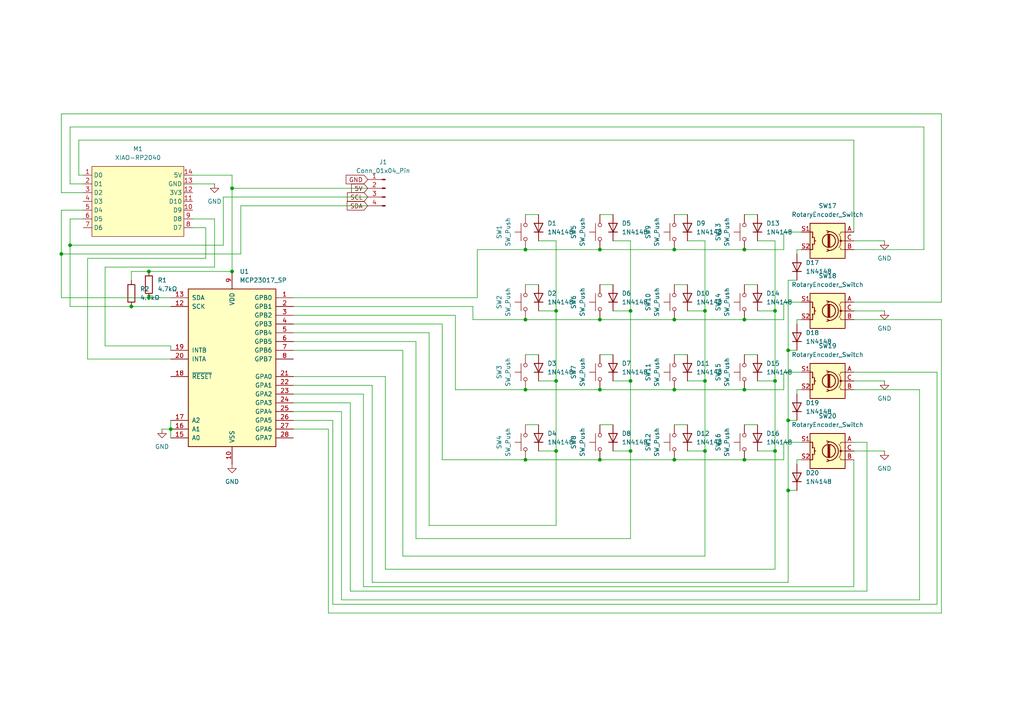
<source format=kicad_sch>
(kicad_sch (version 20231120) (generator "eeschema") (generator_version "8.0")
  (paper "A4")
  (lib_symbols
    (symbol "Connector:Conn_01x04_Pin" (pin_names (offset 1.016) hide)
      (property "Reference" "J" (at 0 5.08 0))
      (property "Value" "Conn_01x04_Pin" (at 0 -7.62 0))
      (symbol "Conn_01x04_Pin_1_1"
        (polyline (pts (xy 1.27 -5.08) (xy 0.8636 -5.08)) (stroke (width 0.1524)))
        (polyline (pts (xy 1.27 -2.54) (xy 0.8636 -2.54)) (stroke (width 0.1524)))
        (polyline (pts (xy 1.27 0) (xy 0.8636 0)) (stroke (width 0.1524)))
        (polyline (pts (xy 1.27 2.54) (xy 0.8636 2.54)) (stroke (width 0.1524)))
        (rectangle (start 0.8636 -4.953) (end 0 -5.207) (stroke (width 0.1524)) (fill (type outline)))
        (rectangle (start 0.8636 -2.413) (end 0 -2.667) (stroke (width 0.1524)) (fill (type outline)))
        (rectangle (start 0.8636 0.127) (end 0 -0.127) (stroke (width 0.1524)) (fill (type outline)))
        (rectangle (start 0.8636 2.667) (end 0 2.413) (stroke (width 0.1524)) (fill (type outline)))
        (pin passive line (at 5.08 2.54 180) (length 3.81) (name "Pin_1") (number "1"))
        (pin passive line (at 5.08 0 180) (length 3.81) (name "Pin_2") (number "2"))
        (pin passive line (at 5.08 -2.54 180) (length 3.81) (name "Pin_3") (number "3"))
        (pin passive line (at 5.08 -5.08 180) (length 3.81) (name "Pin_4") (number "4"))
      )
    )
    (symbol "Device:R" (pin_numbers hide) (pin_names (offset 0))
      (property "Reference" "R" (at 2.032 0 90))
      (property "Value" "R" (at 0 0 90))
      (symbol "R_0_1"
        (rectangle (start -1.016 -2.54) (end 1.016 2.54) (stroke (width 0.254)))
      )
      (symbol "R_1_1"
        (pin passive line (at 0 3.81 270) (length 1.27) (name "~") (number "1"))
        (pin passive line (at 0 -3.81 90) (length 1.27) (name "~") (number "2"))
      )
    )
    (symbol "Device:RotaryEncoder_Switch" (pin_names (offset 0.254) hide)
      (property "Reference" "SW" (at 0 6.604 0))
      (property "Value" "RotaryEncoder_Switch" (at 0 -6.604 0))
      (symbol "RotaryEncoder_Switch_0_1"
        (rectangle (start -5.08 5.08) (end 5.08 -5.08) (stroke (width 0.254)) (fill (type background)))
        (circle (center -3.81 0) (radius 0.254) (fill (type outline)))
        (circle (center -0.381 0) (radius 1.905) (stroke (width 0.254)))
        (arc (start -0.381 2.667) (mid -3.0988 -0.0635) (end -0.381 -2.794) (stroke (width 0.254)))
        (polyline (pts (xy -0.635 -1.778) (xy -0.635 1.778)) (stroke (width 0.254)))
        (polyline (pts (xy -0.381 -1.778) (xy -0.381 1.778)) (stroke (width 0.254)))
        (polyline (pts (xy -0.127 1.778) (xy -0.127 -1.778)) (stroke (width 0.254)))
        (polyline (pts (xy 3.81 0) (xy 3.429 0)) (stroke (width 0.254)))
        (polyline (pts (xy 3.81 1.016) (xy 3.81 -1.016)) (stroke (width 0.254)))
        (polyline (pts (xy -5.08 -2.54) (xy -3.81 -2.54) (xy -3.81 -2.032)))
        (polyline (pts (xy -5.08 2.54) (xy -3.81 2.54) (xy -3.81 2.032)))
        (polyline (pts (xy 0.254 -3.048) (xy -0.508 -2.794) (xy 0.127 -2.413)) (stroke (width 0.254)))
        (polyline (pts (xy 0.254 2.921) (xy -0.508 2.667) (xy 0.127 2.286)) (stroke (width 0.254)))
        (polyline (pts (xy 5.08 -2.54) (xy 4.318 -2.54) (xy 4.318 -1.016)) (stroke (width 0.254)))
        (polyline (pts (xy 5.08 2.54) (xy 4.318 2.54) (xy 4.318 1.016)) (stroke (width 0.254)))
        (polyline (pts (xy -5.08 0) (xy -3.81 0) (xy -3.81 -1.016) (xy -3.302 -2.032)))
        (polyline (pts (xy -4.318 0) (xy -3.81 0) (xy -3.81 1.016) (xy -3.302 2.032)))
        (circle (center 4.318 -1.016) (radius 0.127) (stroke (width 0.254)))
        (circle (center 4.318 1.016) (radius 0.127) (stroke (width 0.254)))
      )
      (symbol "RotaryEncoder_Switch_1_1"
        (pin passive line (at -7.62 2.54 0) (length 2.54) (name "A") (number "A"))
        (pin passive line (at -7.62 -2.54 0) (length 2.54) (name "B") (number "B"))
        (pin passive line (at -7.62 0 0) (length 2.54) (name "C") (number "C"))
        (pin passive line (at 7.62 2.54 180) (length 2.54) (name "S1") (number "S1"))
        (pin passive line (at 7.62 -2.54 180) (length 2.54) (name "S2") (number "S2"))
      )
    )
    (symbol "Diode:1N4148" (pin_numbers hide) (pin_names hide)
      (property "Reference" "D" (at 0 2.54 0))
      (property "Value" "1N4148" (at 0 -2.54 0))
      (symbol "1N4148_0_1"
        (polyline (pts (xy -1.27 1.27) (xy -1.27 -1.27)) (stroke (width 0.254)))
        (polyline (pts (xy 1.27 0) (xy -1.27 0)))
        (polyline (pts (xy 1.27 1.27) (xy 1.27 -1.27) (xy -1.27 0) (xy 1.27 1.27)) (stroke (width 0.254)))
      )
      (symbol "1N4148_1_1"
        (pin passive line (at -3.81 0 0) (length 2.54) (name "K") (number "1"))
        (pin passive line (at 3.81 0 180) (length 2.54) (name "A") (number "2"))
      )
    )
    (symbol "Interface_Expansion:MCP23017_SP" (pin_names (offset 1.016))
      (property "Reference" "U" (at -11.43 24.13 0))
      (property "Value" "MCP23017_SP" (at 0 0 0))
      (symbol "MCP23017_SP_0_1"
        (rectangle (start -12.7 22.86) (end 12.7 -22.86) (stroke (width 0.254)) (fill (type background)))
      )
      (symbol "MCP23017_SP_1_1"
        (pin bidirectional line (at 17.78 20.32 180) (length 5.08) (name "GPB0") (number "1"))
        (pin power_in line (at 0 -27.94 90) (length 5.08) (name "VSS") (number "10"))
        (pin no_connect line (at -12.7 15.24 0) (length 5.08) hide (name "NC") (number "11"))
        (pin input line (at -17.78 17.78 0) (length 5.08) (name "SCK") (number "12"))
        (pin bidirectional line (at -17.78 20.32 0) (length 5.08) (name "SDA") (number "13"))
        (pin no_connect line (at -12.7 12.7 0) (length 5.08) hide (name "NC") (number "14"))
        (pin input line (at -17.78 -20.32 0) (length 5.08) (name "A0") (number "15"))
        (pin input line (at -17.78 -17.78 0) (length 5.08) (name "A1") (number "16"))
        (pin input line (at -17.78 -15.24 0) (length 5.08) (name "A2") (number "17"))
        (pin input line (at -17.78 -2.54 0) (length 5.08) (name "~{RESET}") (number "18"))
        (pin tri_state line (at -17.78 5.08 0) (length 5.08) (name "INTB") (number "19"))
        (pin bidirectional line (at 17.78 17.78 180) (length 5.08) (name "GPB1") (number "2"))
        (pin tri_state line (at -17.78 2.54 0) (length 5.08) (name "INTA") (number "20"))
        (pin bidirectional line (at 17.78 -2.54 180) (length 5.08) (name "GPA0") (number "21"))
        (pin bidirectional line (at 17.78 -5.08 180) (length 5.08) (name "GPA1") (number "22"))
        (pin bidirectional line (at 17.78 -7.62 180) (length 5.08) (name "GPA2") (number "23"))
        (pin bidirectional line (at 17.78 -10.16 180) (length 5.08) (name "GPA3") (number "24"))
        (pin bidirectional line (at 17.78 -12.7 180) (length 5.08) (name "GPA4") (number "25"))
        (pin bidirectional line (at 17.78 -15.24 180) (length 5.08) (name "GPA5") (number "26"))
        (pin bidirectional line (at 17.78 -17.78 180) (length 5.08) (name "GPA6") (number "27"))
        (pin bidirectional line (at 17.78 -20.32 180) (length 5.08) (name "GPA7") (number "28"))
        (pin bidirectional line (at 17.78 15.24 180) (length 5.08) (name "GPB2") (number "3"))
        (pin bidirectional line (at 17.78 12.7 180) (length 5.08) (name "GPB3") (number "4"))
        (pin bidirectional line (at 17.78 10.16 180) (length 5.08) (name "GPB4") (number "5"))
        (pin bidirectional line (at 17.78 7.62 180) (length 5.08) (name "GPB5") (number "6"))
        (pin bidirectional line (at 17.78 5.08 180) (length 5.08) (name "GPB6") (number "7"))
        (pin bidirectional line (at 17.78 2.54 180) (length 5.08) (name "GPB7") (number "8"))
        (pin power_in line (at 0 27.94 270) (length 5.08) (name "VDD") (number "9"))
      )
    )
    (symbol "Switch:SW_Push" (pin_numbers hide) (pin_names (offset 1.016) hide)
      (property "Reference" "SW" (at 1.27 2.54 0))
      (property "Value" "SW_Push" (at 0 -1.524 0))
      (symbol "SW_Push_0_1"
        (circle (center -2.032 0) (radius 0.508))
        (polyline (pts (xy 0 1.27) (xy 0 3.048)))
        (polyline (pts (xy 2.54 1.27) (xy -2.54 1.27)))
        (circle (center 2.032 0) (radius 0.508))
        (pin passive line (at -5.08 0 0) (length 2.54) (name "1") (number "1"))
        (pin passive line (at 5.08 0 180) (length 2.54) (name "2") (number "2"))
      )
    )
    (symbol "power:GND" (power) (pin_numbers hide) (pin_names (offset 0) hide)
      (property "Value" "GND" (at 0 -3.81 0))
      (symbol "GND_0_1"
        (polyline (pts (xy 0 0) (xy 0 -1.27) (xy 1.27 -1.27) (xy 0 -2.54) (xy -1.27 -1.27) (xy 0 -1.27)))
      )
      (symbol "GND_1_1"
        (pin power_in line (at 0 0 270) (length 0) (name "~") (number "1"))
      )
    )
    (symbol "xiao-rp2040:XIAO-RP2040"
      (property "Reference" "M" (at 0 0 0))
      (property "Value" "XIAO-RP2040" (at 0 2.54 0))
      (symbol "XIAO-RP2040_0_1"
        (rectangle (start -12.7 10.16) (end 13.97 -10.16) (fill (type background)))
      )
      (symbol "XIAO-RP2040_1_1"
        (pin bidirectional line (at -15.24 7.62 0) (length 2.54) (name "D0") (number "1"))
        (pin bidirectional line (at 16.51 -2.54 180) (length 2.54) (name "D9") (number "10"))
        (pin bidirectional line (at 16.51 0 180) (length 2.54) (name "D10") (number "11"))
        (pin power_in line (at 16.51 2.54 180) (length 2.54) (name "3V3") (number "12"))
        (pin power_in line (at 16.51 5.08 180) (length 2.54) (name "GND") (number "13"))
        (pin power_in line (at 16.51 7.62 180) (length 2.54) (name "5V") (number "14"))
        (pin bidirectional line (at -15.24 5.08 0) (length 2.54) (name "D1") (number "2"))
        (pin bidirectional line (at -15.24 2.54 0) (length 2.54) (name "D2") (number "3"))
        (pin bidirectional line (at -15.24 0 0) (length 2.54) (name "D3") (number "4"))
        (pin bidirectional line (at -15.24 -2.54 0) (length 2.54) (name "D4") (number "5"))
        (pin bidirectional line (at -15.24 -5.08 0) (length 2.54) (name "D5") (number "6"))
        (pin bidirectional line (at -15.24 -7.62 0) (length 2.54) (name "D6") (number "7"))
        (pin bidirectional line (at 16.51 -7.62 180) (length 2.54) (name "D7") (number "8"))
        (pin bidirectional line (at 16.51 -5.08 180) (length 2.54) (name "D8") (number "9"))
      )
    )
  )
  (junction (at 182.88 110.49))
  (junction (at 195.58 72.39))
  (junction (at 43.18 86.36))
  (junction (at 195.58 92.71))
  (junction (at 43.18 78.74))
  (junction (at 152.4 72.39))
  (junction (at 215.9 72.39))
  (junction (at 224.79 130.81))
  (junction (at 67.31 78.74))
  (junction (at 182.88 130.81))
  (junction (at 152.4 113.03))
  (junction (at 204.47 110.49))
  (junction (at 20.32 71.12))
  (junction (at 215.9 113.03))
  (junction (at 161.29 110.49))
  (junction (at 228.6 121.92))
  (junction (at 228.6 101.6))
  (junction (at 161.29 90.17))
  (junction (at 49.53 124.46))
  (junction (at 204.47 90.17))
  (junction (at 204.47 130.81))
  (junction (at 173.99 113.03))
  (junction (at 152.4 133.35))
  (junction (at 182.88 90.17))
  (junction (at 228.6 142.24))
  (junction (at 215.9 92.71))
  (junction (at 215.9 133.35))
  (junction (at 152.4 92.71))
  (junction (at 67.31 54.61))
  (junction (at 224.79 90.17))
  (junction (at 173.99 72.39))
  (junction (at 161.29 130.81))
  (junction (at 173.99 133.35))
  (junction (at 195.58 133.35))
  (junction (at 173.99 92.71))
  (junction (at 224.79 110.49))
  (junction (at 38.1 88.9))
  (junction (at 17.78 73.66))
  (junction (at 195.58 113.03))
  (wire (pts (xy 204.47 110.49) (xy 204.47 130.81)))
  (wire (pts (xy 17.78 33.02) (xy 273.05 33.02)))
  (wire (pts (xy 195.58 72.39) (xy 215.9 72.39)))
  (wire (pts (xy 111.76 165.1) (xy 111.76 109.22)))
  (wire (pts (xy 271.78 107.95) (xy 247.65 107.95)))
  (wire (pts (xy 227.33 92.71) (xy 227.33 87.63)))
  (wire (pts (xy 228.6 101.6) (xy 231.14 101.6)))
  (wire (pts (xy 173.99 72.39) (xy 195.58 72.39)))
  (wire (pts (xy 161.29 130.81) (xy 161.29 152.4)))
  (wire (pts (xy 124.46 96.52) (xy 124.46 152.4)))
  (wire (pts (xy 156.21 69.85) (xy 161.29 69.85)))
  (wire (pts (xy 228.6 142.24) (xy 231.14 142.24)))
  (wire (pts (xy 152.4 113.03) (xy 173.99 113.03)))
  (wire (pts (xy 267.97 72.39) (xy 247.65 72.39)))
  (wire (pts (xy 69.85 59.69) (xy 106.68 59.69)))
  (wire (pts (xy 215.9 92.71) (xy 227.33 92.71)))
  (wire (pts (xy 231.14 113.03) (xy 231.14 114.3)))
  (wire (pts (xy 49.53 124.46) (xy 49.53 127)))
  (wire (pts (xy 173.99 102.87) (xy 177.8 102.87)))
  (wire (pts (xy 195.58 113.03) (xy 215.9 113.03)))
  (wire (pts (xy 173.99 62.23) (xy 177.8 62.23)))
  (wire (pts (xy 228.6 101.6) (xy 228.6 121.92)))
  (wire (pts (xy 30.48 100.33) (xy 30.48 77.47)))
  (wire (pts (xy 215.9 62.23) (xy 219.71 62.23)))
  (wire (pts (xy 25.4 74.93) (xy 59.69 74.93)))
  (wire (pts (xy 173.99 92.71) (xy 195.58 92.71)))
  (wire (pts (xy 195.58 123.19) (xy 199.39 123.19)))
  (wire (pts (xy 62.23 63.5) (xy 55.88 63.5)))
  (wire (pts (xy 228.6 121.92) (xy 231.14 121.92)))
  (wire (pts (xy 85.09 91.44) (xy 132.08 91.44)))
  (wire (pts (xy 247.65 40.64) (xy 247.65 67.31)))
  (wire (pts (xy 247.65 130.81) (xy 256.54 130.81)))
  (wire (pts (xy 152.4 82.55) (xy 156.21 82.55)))
  (wire (pts (xy 224.79 110.49) (xy 224.79 130.81)))
  (wire (pts (xy 204.47 69.85) (xy 204.47 90.17)))
  (wire (pts (xy 152.4 123.19) (xy 156.21 123.19)))
  (wire (pts (xy 227.33 128.27) (xy 227.33 133.35)))
  (wire (pts (xy 156.21 130.81) (xy 161.29 130.81)))
  (wire (pts (xy 99.06 173.99) (xy 266.7 173.99)))
  (wire (pts (xy 43.18 86.36) (xy 49.53 86.36)))
  (wire (pts (xy 152.4 72.39) (xy 173.99 72.39)))
  (wire (pts (xy 199.39 130.81) (xy 204.47 130.81)))
  (wire (pts (xy 273.05 33.02) (xy 273.05 87.63)))
  (wire (pts (xy 105.41 170.18) (xy 247.65 170.18)))
  (wire (pts (xy 227.33 113.03) (xy 227.33 107.95)))
  (wire (pts (xy 101.6 171.45) (xy 251.46 171.45)))
  (wire (pts (xy 49.53 101.6) (xy 49.53 100.33)))
  (wire (pts (xy 137.16 92.71) (xy 152.4 92.71)))
  (wire (pts (xy 17.78 86.36) (xy 43.18 86.36)))
  (wire (pts (xy 227.33 133.35) (xy 215.9 133.35)))
  (wire (pts (xy 111.76 109.22) (xy 85.09 109.22)))
  (wire (pts (xy 24.13 53.34) (xy 20.32 53.34)))
  (wire (pts (xy 182.88 69.85) (xy 182.88 90.17)))
  (wire (pts (xy 67.31 54.61) (xy 106.68 54.61)))
  (wire (pts (xy 215.9 123.19) (xy 219.71 123.19)))
  (wire (pts (xy 20.32 63.5) (xy 24.13 63.5)))
  (wire (pts (xy 251.46 128.27) (xy 247.65 128.27)))
  (wire (pts (xy 20.32 36.83) (xy 267.97 36.83)))
  (wire (pts (xy 273.05 92.71) (xy 247.65 92.71)))
  (wire (pts (xy 227.33 67.31) (xy 232.41 67.31)))
  (wire (pts (xy 195.58 92.71) (xy 215.9 92.71)))
  (wire (pts (xy 85.09 96.52) (xy 124.46 96.52)))
  (wire (pts (xy 85.09 114.3) (xy 105.41 114.3)))
  (wire (pts (xy 105.41 114.3) (xy 105.41 170.18)))
  (wire (pts (xy 199.39 69.85) (xy 204.47 69.85)))
  (wire (pts (xy 67.31 50.8) (xy 55.88 50.8)))
  (wire (pts (xy 177.8 90.17) (xy 182.88 90.17)))
  (wire (pts (xy 85.09 93.98) (xy 128.27 93.98)))
  (wire (pts (xy 38.1 88.9) (xy 49.53 88.9)))
  (wire (pts (xy 204.47 130.81) (xy 204.47 161.29)))
  (wire (pts (xy 177.8 69.85) (xy 182.88 69.85)))
  (wire (pts (xy 95.25 124.46) (xy 95.25 177.8)))
  (wire (pts (xy 224.79 90.17) (xy 224.79 110.49)))
  (wire (pts (xy 266.7 113.03) (xy 247.65 113.03)))
  (wire (pts (xy 228.6 81.28) (xy 228.6 101.6)))
  (wire (pts (xy 219.71 69.85) (xy 224.79 69.85)))
  (wire (pts (xy 161.29 69.85) (xy 161.29 90.17)))
  (wire (pts (xy 62.23 53.34) (xy 55.88 53.34)))
  (wire (pts (xy 227.33 107.95) (xy 232.41 107.95)))
  (wire (pts (xy 227.33 72.39) (xy 227.33 67.31)))
  (wire (pts (xy 59.69 66.04) (xy 55.88 66.04)))
  (wire (pts (xy 161.29 110.49) (xy 161.29 130.81)))
  (wire (pts (xy 138.43 72.39) (xy 152.4 72.39)))
  (wire (pts (xy 116.84 101.6) (xy 116.84 161.29)))
  (wire (pts (xy 49.53 121.92) (xy 49.53 124.46)))
  (wire (pts (xy 132.08 113.03) (xy 152.4 113.03)))
  (wire (pts (xy 20.32 36.83) (xy 20.32 53.34)))
  (wire (pts (xy 247.65 90.17) (xy 256.54 90.17)))
  (wire (pts (xy 215.9 82.55) (xy 219.71 82.55)))
  (wire (pts (xy 20.32 88.9) (xy 20.32 71.12)))
  (wire (pts (xy 195.58 102.87) (xy 199.39 102.87)))
  (wire (pts (xy 232.41 113.03) (xy 231.14 113.03)))
  (wire (pts (xy 219.71 110.49) (xy 224.79 110.49)))
  (wire (pts (xy 85.09 88.9) (xy 137.16 88.9)))
  (wire (pts (xy 228.6 121.92) (xy 228.6 142.24)))
  (wire (pts (xy 273.05 87.63) (xy 247.65 87.63)))
  (wire (pts (xy 173.99 113.03) (xy 195.58 113.03)))
  (wire (pts (xy 182.88 90.17) (xy 182.88 110.49)))
  (wire (pts (xy 177.8 130.81) (xy 182.88 130.81)))
  (wire (pts (xy 20.32 71.12) (xy 20.32 63.5)))
  (wire (pts (xy 219.71 130.81) (xy 224.79 130.81)))
  (wire (pts (xy 128.27 93.98) (xy 128.27 133.35)))
  (wire (pts (xy 67.31 50.8) (xy 67.31 54.61)))
  (wire (pts (xy 199.39 90.17) (xy 204.47 90.17)))
  (wire (pts (xy 195.58 82.55) (xy 199.39 82.55)))
  (wire (pts (xy 204.47 90.17) (xy 204.47 110.49)))
  (wire (pts (xy 22.86 40.64) (xy 22.86 50.8)))
  (wire (pts (xy 67.31 54.61) (xy 67.31 78.74)))
  (wire (pts (xy 266.7 173.99) (xy 266.7 113.03)))
  (wire (pts (xy 85.09 86.36) (xy 138.43 86.36)))
  (wire (pts (xy 177.8 110.49) (xy 182.88 110.49)))
  (wire (pts (xy 17.78 33.02) (xy 17.78 55.88)))
  (wire (pts (xy 85.09 116.84) (xy 101.6 116.84)))
  (wire (pts (xy 20.32 88.9) (xy 38.1 88.9)))
  (wire (pts (xy 17.78 60.96) (xy 17.78 73.66)))
  (wire (pts (xy 116.84 161.29) (xy 204.47 161.29)))
  (wire (pts (xy 232.41 133.35) (xy 231.14 133.35)))
  (wire (pts (xy 215.9 72.39) (xy 227.33 72.39)))
  (wire (pts (xy 273.05 177.8) (xy 273.05 92.71)))
  (wire (pts (xy 215.9 102.87) (xy 219.71 102.87)))
  (wire (pts (xy 228.6 142.24) (xy 228.6 168.91)))
  (wire (pts (xy 64.77 57.15) (xy 106.68 57.15)))
  (wire (pts (xy 161.29 90.17) (xy 161.29 110.49)))
  (wire (pts (xy 232.41 128.27) (xy 227.33 128.27)))
  (wire (pts (xy 22.86 40.64) (xy 247.65 40.64)))
  (wire (pts (xy 96.52 121.92) (xy 96.52 175.26)))
  (wire (pts (xy 251.46 171.45) (xy 251.46 128.27)))
  (wire (pts (xy 69.85 73.66) (xy 17.78 73.66)))
  (wire (pts (xy 132.08 91.44) (xy 132.08 113.03)))
  (wire (pts (xy 138.43 86.36) (xy 138.43 72.39)))
  (wire (pts (xy 173.99 82.55) (xy 177.8 82.55)))
  (wire (pts (xy 224.79 69.85) (xy 224.79 90.17)))
  (wire (pts (xy 231.14 73.66) (xy 231.14 72.39)))
  (wire (pts (xy 231.14 72.39) (xy 232.41 72.39)))
  (wire (pts (xy 224.79 130.81) (xy 224.79 165.1)))
  (wire (pts (xy 96.52 175.26) (xy 271.78 175.26)))
  (wire (pts (xy 231.14 133.35) (xy 231.14 134.62)))
  (wire (pts (xy 267.97 36.83) (xy 267.97 72.39)))
  (wire (pts (xy 85.09 121.92) (xy 96.52 121.92)))
  (wire (pts (xy 99.06 119.38) (xy 99.06 173.99)))
  (wire (pts (xy 137.16 88.9) (xy 137.16 92.71)))
  (wire (pts (xy 152.4 133.35) (xy 173.99 133.35)))
  (wire (pts (xy 215.9 133.35) (xy 195.58 133.35)))
  (wire (pts (xy 182.88 110.49) (xy 182.88 130.81)))
  (wire (pts (xy 156.21 110.49) (xy 161.29 110.49)))
  (wire (pts (xy 46.99 124.46) (xy 49.53 124.46)))
  (wire (pts (xy 231.14 81.28) (xy 228.6 81.28)))
  (wire (pts (xy 69.85 59.69) (xy 69.85 73.66)))
  (wire (pts (xy 152.4 62.23) (xy 156.21 62.23)))
  (wire (pts (xy 231.14 93.98) (xy 231.14 92.71)))
  (wire (pts (xy 271.78 175.26) (xy 271.78 107.95)))
  (wire (pts (xy 152.4 92.71) (xy 173.99 92.71)))
  (wire (pts (xy 107.95 168.91) (xy 228.6 168.91)))
  (wire (pts (xy 219.71 90.17) (xy 224.79 90.17)))
  (wire (pts (xy 111.76 165.1) (xy 224.79 165.1)))
  (wire (pts (xy 85.09 111.76) (xy 107.95 111.76)))
  (wire (pts (xy 85.09 101.6) (xy 116.84 101.6)))
  (wire (pts (xy 107.95 111.76) (xy 107.95 168.91)))
  (wire (pts (xy 49.53 100.33) (xy 30.48 100.33)))
  (wire (pts (xy 120.65 99.06) (xy 120.65 156.21)))
  (wire (pts (xy 161.29 152.4) (xy 124.46 152.4)))
  (wire (pts (xy 199.39 110.49) (xy 204.47 110.49)))
  (wire (pts (xy 227.33 87.63) (xy 232.41 87.63)))
  (wire (pts (xy 24.13 60.96) (xy 17.78 60.96)))
  (wire (pts (xy 247.65 133.35) (xy 247.65 170.18)))
  (wire (pts (xy 24.13 50.8) (xy 22.86 50.8)))
  (wire (pts (xy 195.58 62.23) (xy 199.39 62.23)))
  (wire (pts (xy 231.14 92.71) (xy 232.41 92.71)))
  (wire (pts (xy 85.09 99.06) (xy 120.65 99.06)))
  (wire (pts (xy 64.77 71.12) (xy 20.32 71.12)))
  (wire (pts (xy 49.53 104.14) (xy 25.4 104.14)))
  (wire (pts (xy 156.21 90.17) (xy 161.29 90.17)))
  (wire (pts (xy 85.09 124.46) (xy 95.25 124.46)))
  (wire (pts (xy 85.09 119.38) (xy 99.06 119.38)))
  (wire (pts (xy 128.27 133.35) (xy 152.4 133.35)))
  (wire (pts (xy 24.13 55.88) (xy 17.78 55.88)))
  (wire (pts (xy 62.23 77.47) (xy 62.23 63.5)))
  (wire (pts (xy 43.18 78.74) (xy 67.31 78.74)))
  (wire (pts (xy 247.65 69.85) (xy 256.54 69.85)))
  (wire (pts (xy 101.6 116.84) (xy 101.6 171.45)))
  (wire (pts (xy 195.58 133.35) (xy 173.99 133.35)))
  (wire (pts (xy 38.1 78.74) (xy 43.18 78.74)))
  (wire (pts (xy 64.77 57.15) (xy 64.77 71.12)))
  (wire (pts (xy 38.1 78.74) (xy 38.1 81.28)))
  (wire (pts (xy 247.65 110.49) (xy 256.54 110.49)))
  (wire (pts (xy 182.88 130.81) (xy 182.88 156.21)))
  (wire (pts (xy 182.88 156.21) (xy 120.65 156.21)))
  (wire (pts (xy 30.48 77.47) (xy 62.23 77.47)))
  (wire (pts (xy 17.78 73.66) (xy 17.78 86.36)))
  (wire (pts (xy 173.99 123.19) (xy 177.8 123.19)))
  (wire (pts (xy 25.4 104.14) (xy 25.4 74.93)))
  (wire (pts (xy 95.25 177.8) (xy 273.05 177.8)))
  (wire (pts (xy 59.69 74.93) (xy 59.69 66.04)))
  (wire (pts (xy 215.9 113.03) (xy 227.33 113.03)))
  (wire (pts (xy 152.4 102.87) (xy 156.21 102.87)))
  (global_label "SCL" (shape input) (at 106.68 57.15 180) (property "Intersheetrefs" "${INTERSHEET_REFS}" (effects (hide yes))))
  (global_label "GND" (shape input) (at 106.68 52.07 180) (property "Intersheetrefs" "${INTERSHEET_REFS}" (effects (hide yes))))
  (global_label "SDA" (shape input) (at 106.68 59.69 180) (property "Intersheetrefs" "${INTERSHEET_REFS}" (effects (hide yes))))
  (global_label "5V" (shape input) (at 106.68 54.61 180) (property "Intersheetrefs" "${INTERSHEET_REFS}" (effects (hide yes))))
  (symbol (lib_id "Switch:SW_Push") (at 152.4 107.95 90) (unit 1)
    (property "Reference" "SW3" (at 144.78 107.95 0))
    (property "Value" "SW_Push" (at 147.32 107.95 0))
    (property "Footprint" "Downloads:SW_Cherry_MX_1.00u_PCB3d" (effects (hide yes)))
    (property "Description" "Push button switch, generic, two pins" (effects (hide yes)))
  )
  (symbol (lib_id "Switch:SW_Push") (at 215.9 87.63 90) (unit 1)
    (property "Reference" "SW14" (at 208.28 87.63 0))
    (property "Value" "SW_Push" (at 210.82 87.63 0))
    (property "Footprint" "Downloads:SW_Cherry_MX_1.00u_PCB3d" (effects (hide yes)))
    (property "Description" "Push button switch, generic, two pins" (effects (hide yes)))
  )
  (symbol (lib_id "Diode:1N4148") (at 156.21 127 90) (unit 1)
    (property "Reference" "D4" (at 158.75 125.7299 90) (effects (justify right)))
    (property "Value" "1N4148" (at 158.75 128.2699 90) (effects (justify right)))
    (property "Footprint" "Diode_THT:D_DO-35_SOD27_P7.62mm_Horizontal" (effects (hide yes)))
    (property "Datasheet" "https://assets.nexperia.com/documents/data-sheet/1N4148_1N4448.pdf" (effects (hide yes)))
    (property "Description" "100V 0.15A standard switching diode, DO-35" (effects (hide yes)))
    (property "Sim.Device" "D" (effects (hide yes)))
    (property "Sim.Pins" "1=K 2=A" (effects (hide yes)))
  )
  (symbol (lib_id "Switch:SW_Push") (at 195.58 67.31 90) (unit 1)
    (property "Reference" "SW9" (at 187.96 67.31 0))
    (property "Value" "SW_Push" (at 190.5 67.31 0))
    (property "Footprint" "Downloads:SW_Cherry_MX_1.00u_PCB3d" (effects (hide yes)))
    (property "Description" "Push button switch, generic, two pins" (effects (hide yes)))
  )
  (symbol (lib_id "Diode:1N4148") (at 199.39 86.36 90) (unit 1)
    (property "Reference" "D10" (at 201.93 85.0899 90) (effects (justify right)))
    (property "Value" "1N4148" (at 201.93 87.6299 90) (effects (justify right)))
    (property "Footprint" "Diode_THT:D_DO-35_SOD27_P7.62mm_Horizontal" (effects (hide yes)))
    (property "Datasheet" "https://assets.nexperia.com/documents/data-sheet/1N4148_1N4448.pdf" (effects (hide yes)))
    (property "Description" "100V 0.15A standard switching diode, DO-35" (effects (hide yes)))
    (property "Sim.Device" "D" (effects (hide yes)))
    (property "Sim.Pins" "1=K 2=A" (effects (hide yes)))
  )
  (symbol (lib_id "Device:RotaryEncoder_Switch") (at 240.03 110.49 0) (mirror y) (unit 1)
    (property "Reference" "SW19" (at 240.03 100.33 0))
    (property "Value" "RotaryEncoder_Switch" (at 240.03 102.87 0))
    (property "Footprint" "Downloads:RotaryEncoder_Alps_EC11E-Switch_Vertical_H20mm_CircularMountingHoles3D" (effects (hide yes)))
    (property "Description" "Rotary encoder, dual channel, incremental quadrate outputs, with switch" (effects (hide yes)))
  )
  (symbol (lib_id "power:GND") (at 46.99 124.46 0) (unit 1)
    (property "Reference" "#PWR07" (effects (hide yes)))
    (property "Value" "GND" (at 46.99 129.54 0))
    (property "Description" "Power symbol creates a global label with name \"GND\" , ground" (effects (hide yes)))
  )
  (symbol (lib_id "Diode:1N4148") (at 231.14 77.47 90) (unit 1)
    (property "Reference" "D17" (at 233.68 76.1999 90) (effects (justify right)))
    (property "Value" "1N4148" (at 233.68 78.7399 90) (effects (justify right)))
    (property "Footprint" "Diode_THT:D_DO-35_SOD27_P7.62mm_Horizontal" (effects (hide yes)))
    (property "Datasheet" "https://assets.nexperia.com/documents/data-sheet/1N4148_1N4448.pdf" (effects (hide yes)))
    (property "Description" "100V 0.15A standard switching diode, DO-35" (effects (hide yes)))
    (property "Sim.Device" "D" (effects (hide yes)))
    (property "Sim.Pins" "1=K 2=A" (effects (hide yes)))
  )
  (symbol (lib_id "Diode:1N4148") (at 156.21 86.36 90) (unit 1)
    (property "Reference" "D2" (at 158.75 85.0899 90) (effects (justify right)))
    (property "Value" "1N4148" (at 158.75 87.6299 90) (effects (justify right)))
    (property "Footprint" "Diode_THT:D_DO-35_SOD27_P7.62mm_Horizontal" (effects (hide yes)))
    (property "Datasheet" "https://assets.nexperia.com/documents/data-sheet/1N4148_1N4448.pdf" (effects (hide yes)))
    (property "Description" "100V 0.15A standard switching diode, DO-35" (effects (hide yes)))
    (property "Sim.Device" "D" (effects (hide yes)))
    (property "Sim.Pins" "1=K 2=A" (effects (hide yes)))
  )
  (symbol (lib_id "Diode:1N4148") (at 219.71 86.36 90) (unit 1)
    (property "Reference" "D14" (at 222.25 85.0899 90) (effects (justify right)))
    (property "Value" "1N4148" (at 222.25 87.6299 90) (effects (justify right)))
    (property "Footprint" "Diode_THT:D_DO-35_SOD27_P7.62mm_Horizontal" (effects (hide yes)))
    (property "Datasheet" "https://assets.nexperia.com/documents/data-sheet/1N4148_1N4448.pdf" (effects (hide yes)))
    (property "Description" "100V 0.15A standard switching diode, DO-35" (effects (hide yes)))
    (property "Sim.Device" "D" (effects (hide yes)))
    (property "Sim.Pins" "1=K 2=A" (effects (hide yes)))
  )
  (symbol (lib_id "Switch:SW_Push") (at 215.9 67.31 90) (unit 1)
    (property "Reference" "SW13" (at 208.28 67.31 0))
    (property "Value" "SW_Push" (at 210.82 67.31 0))
    (property "Footprint" "Downloads:SW_Cherry_MX_1.00u_PCB3d" (effects (hide yes)))
    (property "Description" "Push button switch, generic, two pins" (effects (hide yes)))
  )
  (symbol (lib_id "Switch:SW_Push") (at 152.4 87.63 90) (unit 1)
    (property "Reference" "SW2" (at 144.78 87.63 0))
    (property "Value" "SW_Push" (at 147.32 87.63 0))
    (property "Footprint" "Downloads:SW_Cherry_MX_1.00u_PCB3d" (effects (hide yes)))
    (property "Description" "Push button switch, generic, two pins" (effects (hide yes)))
  )
  (symbol (lib_id "Diode:1N4148") (at 177.8 127 90) (unit 1)
    (property "Reference" "D8" (at 180.34 125.7299 90) (effects (justify right)))
    (property "Value" "1N4148" (at 180.34 128.2699 90) (effects (justify right)))
    (property "Footprint" "Diode_THT:D_DO-35_SOD27_P7.62mm_Horizontal" (effects (hide yes)))
    (property "Datasheet" "https://assets.nexperia.com/documents/data-sheet/1N4148_1N4448.pdf" (effects (hide yes)))
    (property "Description" "100V 0.15A standard switching diode, DO-35" (effects (hide yes)))
    (property "Sim.Device" "D" (effects (hide yes)))
    (property "Sim.Pins" "1=K 2=A" (effects (hide yes)))
  )
  (symbol (lib_id "power:GND") (at 256.54 130.81 0) (unit 1)
    (property "Reference" "#PWR03" (effects (hide yes)))
    (property "Value" "GND" (at 256.54 135.89 0))
    (property "Description" "Power symbol creates a global label with name \"GND\" , ground" (effects (hide yes)))
  )
  (symbol (lib_id "Switch:SW_Push") (at 195.58 87.63 90) (unit 1)
    (property "Reference" "SW10" (at 187.96 87.63 0))
    (property "Value" "SW_Push" (at 190.5 87.63 0))
    (property "Footprint" "Downloads:SW_Cherry_MX_1.00u_PCB3d" (effects (hide yes)))
    (property "Description" "Push button switch, generic, two pins" (effects (hide yes)))
  )
  (symbol (lib_id "Switch:SW_Push") (at 195.58 128.27 90) (unit 1)
    (property "Reference" "SW12" (at 187.96 128.27 0))
    (property "Value" "SW_Push" (at 190.5 128.27 0))
    (property "Footprint" "Downloads:SW_Cherry_MX_1.00u_PCB3d" (effects (hide yes)))
    (property "Description" "Push button switch, generic, two pins" (effects (hide yes)))
  )
  (symbol (lib_id "power:GND") (at 256.54 69.85 0) (unit 1)
    (property "Reference" "#PWR06" (effects (hide yes)))
    (property "Value" "GND" (at 256.54 74.93 0))
    (property "Description" "Power symbol creates a global label with name \"GND\" , ground" (effects (hide yes)))
  )
  (symbol (lib_id "Diode:1N4148") (at 156.21 106.68 90) (unit 1)
    (property "Reference" "D3" (at 158.75 105.4099 90) (effects (justify right)))
    (property "Value" "1N4148" (at 158.75 107.9499 90) (effects (justify right)))
    (property "Footprint" "Diode_THT:D_DO-35_SOD27_P7.62mm_Horizontal" (effects (hide yes)))
    (property "Datasheet" "https://assets.nexperia.com/documents/data-sheet/1N4148_1N4448.pdf" (effects (hide yes)))
    (property "Description" "100V 0.15A standard switching diode, DO-35" (effects (hide yes)))
    (property "Sim.Device" "D" (effects (hide yes)))
    (property "Sim.Pins" "1=K 2=A" (effects (hide yes)))
  )
  (symbol (lib_id "Switch:SW_Push") (at 173.99 87.63 90) (unit 1)
    (property "Reference" "SW6" (at 166.37 87.63 0))
    (property "Value" "SW_Push" (at 168.91 87.63 0))
    (property "Footprint" "Downloads:SW_Cherry_MX_1.00u_PCB3d" (effects (hide yes)))
    (property "Description" "Push button switch, generic, two pins" (effects (hide yes)))
  )
  (symbol (lib_id "power:GND") (at 67.31 134.62 0) (unit 1)
    (property "Reference" "#PWR02" (effects (hide yes)))
    (property "Value" "GND" (at 67.31 139.7 0))
    (property "Description" "Power symbol creates a global label with name \"GND\" , ground" (effects (hide yes)))
  )
  (symbol (lib_id "Switch:SW_Push") (at 195.58 107.95 90) (unit 1)
    (property "Reference" "SW11" (at 187.96 107.95 0))
    (property "Value" "SW_Push" (at 190.5 107.95 0))
    (property "Footprint" "Downloads:SW_Cherry_MX_1.00u_PCB3d" (effects (hide yes)))
    (property "Description" "Push button switch, generic, two pins" (effects (hide yes)))
  )
  (symbol (lib_id "Diode:1N4148") (at 231.14 97.79 90) (unit 1)
    (property "Reference" "D18" (at 233.68 96.5199 90) (effects (justify right)))
    (property "Value" "1N4148" (at 233.68 99.0599 90) (effects (justify right)))
    (property "Footprint" "Diode_THT:D_DO-35_SOD27_P7.62mm_Horizontal" (effects (hide yes)))
    (property "Datasheet" "https://assets.nexperia.com/documents/data-sheet/1N4148_1N4448.pdf" (effects (hide yes)))
    (property "Description" "100V 0.15A standard switching diode, DO-35" (effects (hide yes)))
    (property "Sim.Device" "D" (effects (hide yes)))
    (property "Sim.Pins" "1=K 2=A" (effects (hide yes)))
  )
  (symbol (lib_id "Switch:SW_Push") (at 173.99 107.95 90) (unit 1)
    (property "Reference" "SW7" (at 166.37 107.95 0))
    (property "Value" "SW_Push" (at 168.91 107.95 0))
    (property "Footprint" "Downloads:SW_Cherry_MX_1.00u_PCB3d" (effects (hide yes)))
    (property "Description" "Push button switch, generic, two pins" (effects (hide yes)))
  )
  (symbol (lib_id "Diode:1N4148") (at 199.39 127 90) (unit 1)
    (property "Reference" "D12" (at 201.93 125.7299 90) (effects (justify right)))
    (property "Value" "1N4148" (at 201.93 128.2699 90) (effects (justify right)))
    (property "Footprint" "Diode_THT:D_DO-35_SOD27_P7.62mm_Horizontal" (effects (hide yes)))
    (property "Datasheet" "https://assets.nexperia.com/documents/data-sheet/1N4148_1N4448.pdf" (effects (hide yes)))
    (property "Description" "100V 0.15A standard switching diode, DO-35" (effects (hide yes)))
    (property "Sim.Device" "D" (effects (hide yes)))
    (property "Sim.Pins" "1=K 2=A" (effects (hide yes)))
  )
  (symbol (lib_id "Interface_Expansion:MCP23017_SP") (at 67.31 106.68 0) (unit 1)
    (property "Reference" "U1" (at 69.5041 78.74 0) (effects (justify left)))
    (property "Value" "MCP23017_SP" (at 69.5041 81.28 0) (effects (justify left)))
    (property "Footprint" "Package_DIP:DIP-28_W7.62mm" (effects (hide yes)))
    (property "Datasheet" "http://ww1.microchip.com/downloads/en/DeviceDoc/20001952C.pdf" (effects (hide yes)))
    (property "Description" "16-bit I/O expander, I2C, interrupts, w pull-ups, SPDIP-28" (effects (hide yes)))
  )
  (symbol (lib_id "Device:RotaryEncoder_Switch") (at 240.03 69.85 0) (mirror y) (unit 1)
    (property "Reference" "SW17" (at 240.03 59.69 0))
    (property "Value" "RotaryEncoder_Switch" (at 240.03 62.23 0))
    (property "Footprint" "Downloads:RotaryEncoder_Alps_EC11E-Switch_Vertical_H20mm_CircularMountingHoles3D" (effects (hide yes)))
    (property "Description" "Rotary encoder, dual channel, incremental quadrate outputs, with switch" (effects (hide yes)))
  )
  (symbol (lib_id "Device:R") (at 38.1 85.09 180) (unit 1)
    (property "Reference" "R2" (at 40.64 83.8199 0) (effects (justify right)))
    (property "Value" "4.7kΩ" (at 40.64 86.3599 0) (effects (justify right)))
    (property "Footprint" "Resistor_THT:R_Axial_DIN0207_L6.3mm_D2.5mm_P2.54mm_Vertical" (effects (hide yes)))
    (property "Description" "Resistor" (effects (hide yes)))
  )
  (symbol (lib_id "power:GND") (at 256.54 90.17 0) (unit 1)
    (property "Reference" "#PWR05" (effects (hide yes)))
    (property "Value" "GND" (at 256.54 95.25 0))
    (property "Description" "Power symbol creates a global label with name \"GND\" , ground" (effects (hide yes)))
  )
  (symbol (lib_id "Device:RotaryEncoder_Switch") (at 240.03 90.17 0) (mirror y) (unit 1)
    (property "Reference" "SW18" (at 240.03 80.01 0))
    (property "Value" "RotaryEncoder_Switch" (at 240.03 82.55 0))
    (property "Footprint" "Downloads:RotaryEncoder_Alps_EC11E-Switch_Vertical_H20mm_CircularMountingHoles3D" (effects (hide yes)))
    (property "Description" "Rotary encoder, dual channel, incremental quadrate outputs, with switch" (effects (hide yes)))
  )
  (symbol (lib_id "Switch:SW_Push") (at 173.99 67.31 90) (unit 1)
    (property "Reference" "SW5" (at 166.37 67.31 0))
    (property "Value" "SW_Push" (at 168.91 67.31 0))
    (property "Footprint" "Downloads:SW_Cherry_MX_1.00u_PCB3d" (effects (hide yes)))
    (property "Description" "Push button switch, generic, two pins" (effects (hide yes)))
  )
  (symbol (lib_id "Switch:SW_Push") (at 173.99 128.27 90) (unit 1)
    (property "Reference" "SW8" (at 166.37 128.27 0))
    (property "Value" "SW_Push" (at 168.91 128.27 0))
    (property "Footprint" "Downloads:SW_Cherry_MX_1.00u_PCB3d" (effects (hide yes)))
    (property "Description" "Push button switch, generic, two pins" (effects (hide yes)))
  )
  (symbol (lib_id "Diode:1N4148") (at 219.71 106.68 90) (unit 1)
    (property "Reference" "D15" (at 222.25 105.4099 90) (effects (justify right)))
    (property "Value" "1N4148" (at 222.25 107.9499 90) (effects (justify right)))
    (property "Footprint" "Diode_THT:D_DO-35_SOD27_P7.62mm_Horizontal" (effects (hide yes)))
    (property "Datasheet" "https://assets.nexperia.com/documents/data-sheet/1N4148_1N4448.pdf" (effects (hide yes)))
    (property "Description" "100V 0.15A standard switching diode, DO-35" (effects (hide yes)))
    (property "Sim.Device" "D" (effects (hide yes)))
    (property "Sim.Pins" "1=K 2=A" (effects (hide yes)))
  )
  (symbol (lib_id "Device:R") (at 43.18 82.55 180) (unit 1)
    (property "Reference" "R1" (at 45.72 81.2799 0) (effects (justify right)))
    (property "Value" "4.7kΩ" (at 45.72 83.8199 0) (effects (justify right)))
    (property "Footprint" "Resistor_THT:R_Axial_DIN0207_L6.3mm_D2.5mm_P2.54mm_Vertical" (effects (hide yes)))
    (property "Description" "Resistor" (effects (hide yes)))
  )
  (symbol (lib_id "Diode:1N4148") (at 199.39 106.68 90) (unit 1)
    (property "Reference" "D11" (at 201.93 105.4099 90) (effects (justify right)))
    (property "Value" "1N4148" (at 201.93 107.9499 90) (effects (justify right)))
    (property "Footprint" "Diode_THT:D_DO-35_SOD27_P7.62mm_Horizontal" (effects (hide yes)))
    (property "Datasheet" "https://assets.nexperia.com/documents/data-sheet/1N4148_1N4448.pdf" (effects (hide yes)))
    (property "Description" "100V 0.15A standard switching diode, DO-35" (effects (hide yes)))
    (property "Sim.Device" "D" (effects (hide yes)))
    (property "Sim.Pins" "1=K 2=A" (effects (hide yes)))
  )
  (symbol (lib_id "Diode:1N4148") (at 231.14 138.43 90) (unit 1)
    (property "Reference" "D20" (at 233.68 137.1599 90) (effects (justify right)))
    (property "Value" "1N4148" (at 233.68 139.6999 90) (effects (justify right)))
    (property "Footprint" "Diode_THT:D_DO-35_SOD27_P7.62mm_Horizontal" (effects (hide yes)))
    (property "Datasheet" "https://assets.nexperia.com/documents/data-sheet/1N4148_1N4448.pdf" (effects (hide yes)))
    (property "Description" "100V 0.15A standard switching diode, DO-35" (effects (hide yes)))
    (property "Sim.Device" "D" (effects (hide yes)))
    (property "Sim.Pins" "1=K 2=A" (effects (hide yes)))
  )
  (symbol (lib_id "Diode:1N4148") (at 177.8 86.36 90) (unit 1)
    (property "Reference" "D6" (at 180.34 85.0899 90) (effects (justify right)))
    (property "Value" "1N4148" (at 180.34 87.6299 90) (effects (justify right)))
    (property "Footprint" "Diode_THT:D_DO-35_SOD27_P7.62mm_Horizontal" (effects (hide yes)))
    (property "Datasheet" "https://assets.nexperia.com/documents/data-sheet/1N4148_1N4448.pdf" (effects (hide yes)))
    (property "Description" "100V 0.15A standard switching diode, DO-35" (effects (hide yes)))
    (property "Sim.Device" "D" (effects (hide yes)))
    (property "Sim.Pins" "1=K 2=A" (effects (hide yes)))
  )
  (symbol (lib_id "power:GND") (at 256.54 110.49 0) (unit 1)
    (property "Reference" "#PWR04" (effects (hide yes)))
    (property "Value" "GND" (at 256.54 115.57 0))
    (property "Description" "Power symbol creates a global label with name \"GND\" , ground" (effects (hide yes)))
  )
  (symbol (lib_id "Diode:1N4148") (at 199.39 66.04 90) (unit 1)
    (property "Reference" "D9" (at 201.93 64.7699 90) (effects (justify right)))
    (property "Value" "1N4148" (at 201.93 67.3099 90) (effects (justify right)))
    (property "Footprint" "Diode_THT:D_DO-35_SOD27_P7.62mm_Horizontal" (effects (hide yes)))
    (property "Datasheet" "https://assets.nexperia.com/documents/data-sheet/1N4148_1N4448.pdf" (effects (hide yes)))
    (property "Description" "100V 0.15A standard switching diode, DO-35" (effects (hide yes)))
    (property "Sim.Device" "D" (effects (hide yes)))
    (property "Sim.Pins" "1=K 2=A" (effects (hide yes)))
  )
  (symbol (lib_id "Diode:1N4148") (at 177.8 106.68 90) (unit 1)
    (property "Reference" "D7" (at 180.34 105.4099 90) (effects (justify right)))
    (property "Value" "1N4148" (at 180.34 107.9499 90) (effects (justify right)))
    (property "Footprint" "Diode_THT:D_DO-35_SOD27_P7.62mm_Horizontal" (effects (hide yes)))
    (property "Datasheet" "https://assets.nexperia.com/documents/data-sheet/1N4148_1N4448.pdf" (effects (hide yes)))
    (property "Description" "100V 0.15A standard switching diode, DO-35" (effects (hide yes)))
    (property "Sim.Device" "D" (effects (hide yes)))
    (property "Sim.Pins" "1=K 2=A" (effects (hide yes)))
  )
  (symbol (lib_id "Diode:1N4148") (at 156.21 66.04 90) (unit 1)
    (property "Reference" "D1" (at 158.75 64.7699 90) (effects (justify right)))
    (property "Value" "1N4148" (at 158.75 67.3099 90) (effects (justify right)))
    (property "Footprint" "Diode_THT:D_DO-35_SOD27_P7.62mm_Horizontal" (effects (hide yes)))
    (property "Datasheet" "https://assets.nexperia.com/documents/data-sheet/1N4148_1N4448.pdf" (effects (hide yes)))
    (property "Description" "100V 0.15A standard switching diode, DO-35" (effects (hide yes)))
    (property "Sim.Device" "D" (effects (hide yes)))
    (property "Sim.Pins" "1=K 2=A" (effects (hide yes)))
  )
  (symbol (lib_id "power:GND") (at 62.23 53.34 0) (unit 1)
    (property "Reference" "#PWR01" (effects (hide yes)))
    (property "Value" "GND" (at 62.23 58.42 0))
    (property "Description" "Power symbol creates a global label with name \"GND\" , ground" (effects (hide yes)))
  )
  (symbol (lib_id "Switch:SW_Push") (at 215.9 107.95 90) (unit 1)
    (property "Reference" "SW15" (at 208.28 107.95 0))
    (property "Value" "SW_Push" (at 210.82 107.95 0))
    (property "Footprint" "Downloads:SW_Cherry_MX_1.00u_PCB3d" (effects (hide yes)))
    (property "Description" "Push button switch, generic, two pins" (effects (hide yes)))
  )
  (symbol (lib_id "Diode:1N4148") (at 231.14 118.11 90) (unit 1)
    (property "Reference" "D19" (at 233.68 116.8399 90) (effects (justify right)))
    (property "Value" "1N4148" (at 233.68 119.3799 90) (effects (justify right)))
    (property "Footprint" "Diode_THT:D_DO-35_SOD27_P7.62mm_Horizontal" (effects (hide yes)))
    (property "Datasheet" "https://assets.nexperia.com/documents/data-sheet/1N4148_1N4448.pdf" (effects (hide yes)))
    (property "Description" "100V 0.15A standard switching diode, DO-35" (effects (hide yes)))
    (property "Sim.Device" "D" (effects (hide yes)))
    (property "Sim.Pins" "1=K 2=A" (effects (hide yes)))
  )
  (symbol (lib_id "Switch:SW_Push") (at 152.4 67.31 90) (unit 1)
    (property "Reference" "SW1" (at 144.78 67.31 0))
    (property "Value" "SW_Push" (at 147.32 67.31 0))
    (property "Footprint" "Downloads:SW_Cherry_MX_1.00u_PCB3d" (effects (hide yes)))
    (property "Description" "Push button switch, generic, two pins" (effects (hide yes)))
  )
  (symbol (lib_id "Diode:1N4148") (at 177.8 66.04 90) (unit 1)
    (property "Reference" "D5" (at 180.34 64.7699 90) (effects (justify right)))
    (property "Value" "1N4148" (at 180.34 67.3099 90) (effects (justify right)))
    (property "Footprint" "Diode_THT:D_DO-35_SOD27_P7.62mm_Horizontal" (effects (hide yes)))
    (property "Datasheet" "https://assets.nexperia.com/documents/data-sheet/1N4148_1N4448.pdf" (effects (hide yes)))
    (property "Description" "100V 0.15A standard switching diode, DO-35" (effects (hide yes)))
    (property "Sim.Device" "D" (effects (hide yes)))
    (property "Sim.Pins" "1=K 2=A" (effects (hide yes)))
  )
  (symbol (lib_id "xiao-rp2040:XIAO-RP2040") (at 39.37 58.42 0) (unit 1)
    (property "Reference" "M1" (at 40.005 43.18 0))
    (property "Value" "XIAO-RP2040" (at 40.005 45.72 0))
    (property "Footprint" "Downloads:XIAO-RP2040" (effects (hide yes)))
  )
  (symbol (lib_id "Switch:SW_Push") (at 215.9 128.27 90) (unit 1)
    (property "Reference" "SW16" (at 208.28 128.27 0))
    (property "Value" "SW_Push" (at 210.82 128.27 0))
    (property "Footprint" "Downloads:SW_Cherry_MX_1.00u_PCB3d" (effects (hide yes)))
    (property "Description" "Push button switch, generic, two pins" (effects (hide yes)))
  )
  (symbol (lib_id "Diode:1N4148") (at 219.71 66.04 90) (unit 1)
    (property "Reference" "D13" (at 222.25 64.7699 90) (effects (justify right)))
    (property "Value" "1N4148" (at 222.25 67.3099 90) (effects (justify right)))
    (property "Footprint" "Diode_THT:D_DO-35_SOD27_P7.62mm_Horizontal" (effects (hide yes)))
    (property "Datasheet" "https://assets.nexperia.com/documents/data-sheet/1N4148_1N4448.pdf" (effects (hide yes)))
    (property "Description" "100V 0.15A standard switching diode, DO-35" (effects (hide yes)))
    (property "Sim.Device" "D" (effects (hide yes)))
    (property "Sim.Pins" "1=K 2=A" (effects (hide yes)))
  )
  (symbol (lib_id "Diode:1N4148") (at 219.71 127 90) (unit 1)
    (property "Reference" "D16" (at 222.25 125.7299 90) (effects (justify right)))
    (property "Value" "1N4148" (at 222.25 128.2699 90) (effects (justify right)))
    (property "Footprint" "Diode_THT:D_DO-35_SOD27_P7.62mm_Horizontal" (effects (hide yes)))
    (property "Datasheet" "https://assets.nexperia.com/documents/data-sheet/1N4148_1N4448.pdf" (effects (hide yes)))
    (property "Description" "100V 0.15A standard switching diode, DO-35" (effects (hide yes)))
    (property "Sim.Device" "D" (effects (hide yes)))
    (property "Sim.Pins" "1=K 2=A" (effects (hide yes)))
  )
  (symbol (lib_id "Device:RotaryEncoder_Switch") (at 240.03 130.81 0) (mirror y) (unit 1)
    (property "Reference" "SW20" (at 240.03 120.65 0))
    (property "Value" "RotaryEncoder_Switch" (at 240.03 123.19 0))
    (property "Footprint" "Downloads:RotaryEncoder_Alps_EC11E-Switch_Vertical_H20mm_CircularMountingHoles3D" (effects (hide yes)))
    (property "Description" "Rotary encoder, dual channel, incremental quadrate outputs, with switch" (effects (hide yes)))
  )
  (symbol (lib_id "Switch:SW_Push") (at 152.4 128.27 90) (unit 1)
    (property "Reference" "SW4" (at 144.78 128.27 0))
    (property "Value" "SW_Push" (at 147.32 128.27 0))
    (property "Footprint" "Downloads:SW_Cherry_MX_1.00u_PCB3d" (effects (hide yes)))
    (property "Description" "Push button switch, generic, two pins" (effects (hide yes)))
  )
  (symbol (lib_id "Connector:Conn_01x04_Pin") (at 111.76 54.61 0) (mirror y) (unit 1)
    (property "Reference" "J1" (at 111.125 46.99 0))
    (property "Value" "Conn_01x04_Pin" (at 111.125 49.53 0))
    (property "Footprint" "Downloads:SSD1306-0.91-OLED-4pin-128x32" (effects (hide yes)))
    (property "Description" "Generic connector, single row, 01x04, script generated" (effects (hide yes)))
  )
)
</source>
